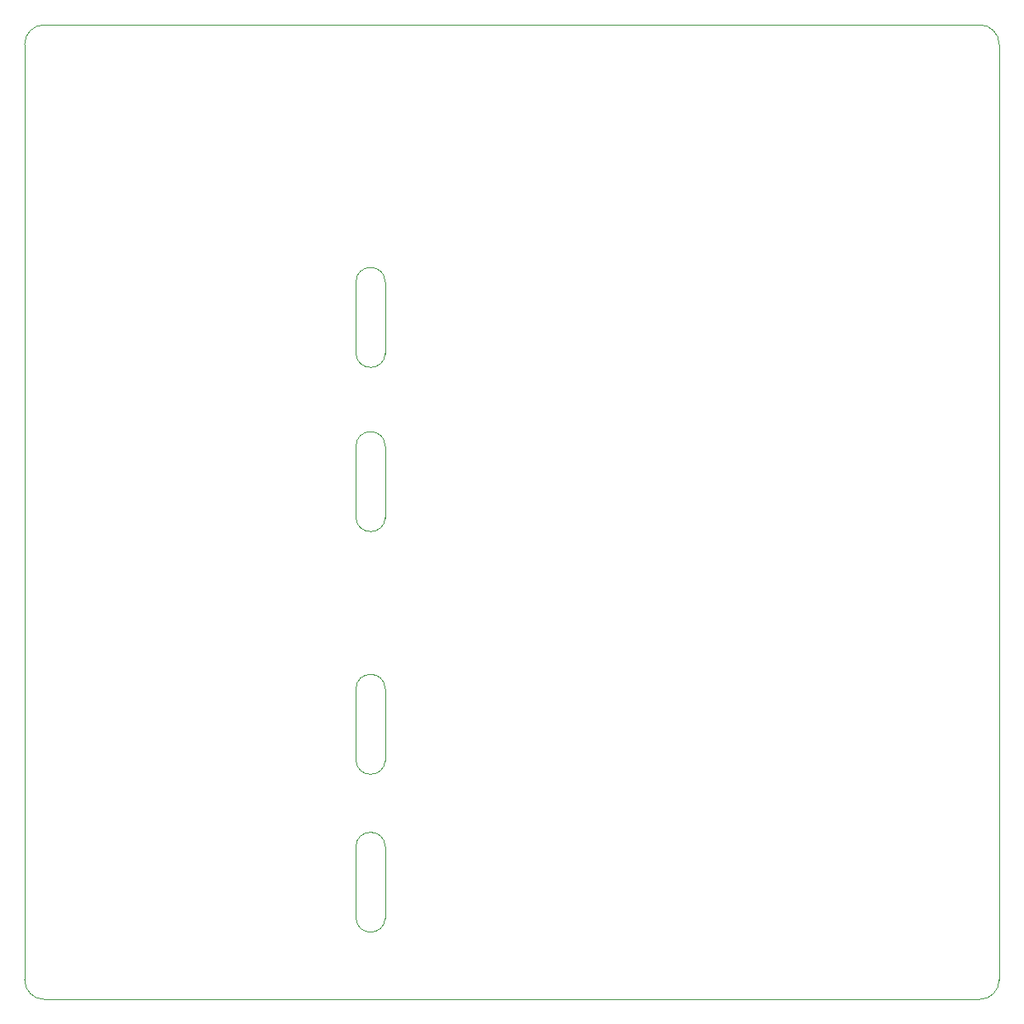
<source format=gm1>
%TF.GenerationSoftware,KiCad,Pcbnew,7.0.9*%
%TF.CreationDate,2024-10-14T12:04:05+09:00*%
%TF.ProjectId,schematic_MD,73636865-6d61-4746-9963-5f4d442e6b69,rev?*%
%TF.SameCoordinates,PX5a53c78PY8528228*%
%TF.FileFunction,Profile,NP*%
%FSLAX46Y46*%
G04 Gerber Fmt 4.6, Leading zero omitted, Abs format (unit mm)*
G04 Created by KiCad (PCBNEW 7.0.9) date 2024-10-14 12:04:05*
%MOMM*%
%LPD*%
G01*
G04 APERTURE LIST*
%TA.AperFunction,Profile*%
%ADD10C,0.050000*%
%TD*%
G04 APERTURE END LIST*
D10*
X37000000Y15650000D02*
G75*
G03*
X34000000Y15650000I-1500000J0D01*
G01*
X34000002Y8300000D02*
G75*
G03*
X36999998Y8300000I1499998J100000D01*
G01*
X34000000Y15650000D02*
X34000001Y8300000D01*
X37000000Y15650000D02*
X36999999Y8300000D01*
X37000000Y31850000D02*
G75*
G03*
X34000000Y31850000I-1500000J0D01*
G01*
X34000002Y24500000D02*
G75*
G03*
X36999998Y24500000I1499998J100000D01*
G01*
X34000000Y31850000D02*
X34000001Y24500000D01*
X37000000Y31850000D02*
X36999999Y24500000D01*
X37000000Y73600000D02*
G75*
G03*
X34000000Y73600000I-1500000J0D01*
G01*
X34000002Y66250000D02*
G75*
G03*
X36999998Y66250000I1499998J100000D01*
G01*
X34000000Y73600000D02*
X34000001Y66250000D01*
X37000000Y73600000D02*
X36999999Y66250000D01*
X100000000Y98000000D02*
G75*
G03*
X98000000Y100000000I-2000000J0D01*
G01*
X100000000Y2000000D02*
X100000000Y98000000D01*
X98000000Y0D02*
G75*
G03*
X100000000Y2000000I0J2000000D01*
G01*
X2000000Y0D02*
X98000000Y0D01*
X37000000Y56750000D02*
X36999999Y49400000D01*
X0Y98000000D02*
X0Y2000000D01*
X98000000Y100000000D02*
X2000000Y100000000D01*
X37000000Y56750000D02*
G75*
G03*
X34000000Y56750000I-1500000J0D01*
G01*
X2000000Y100000000D02*
G75*
G03*
X0Y98000000I0J-2000000D01*
G01*
X34000000Y56750000D02*
X34000001Y49400000D01*
X0Y2000000D02*
G75*
G03*
X2000000Y0I2000000J0D01*
G01*
X34000002Y49400000D02*
G75*
G03*
X36999998Y49400000I1499998J100000D01*
G01*
M02*

</source>
